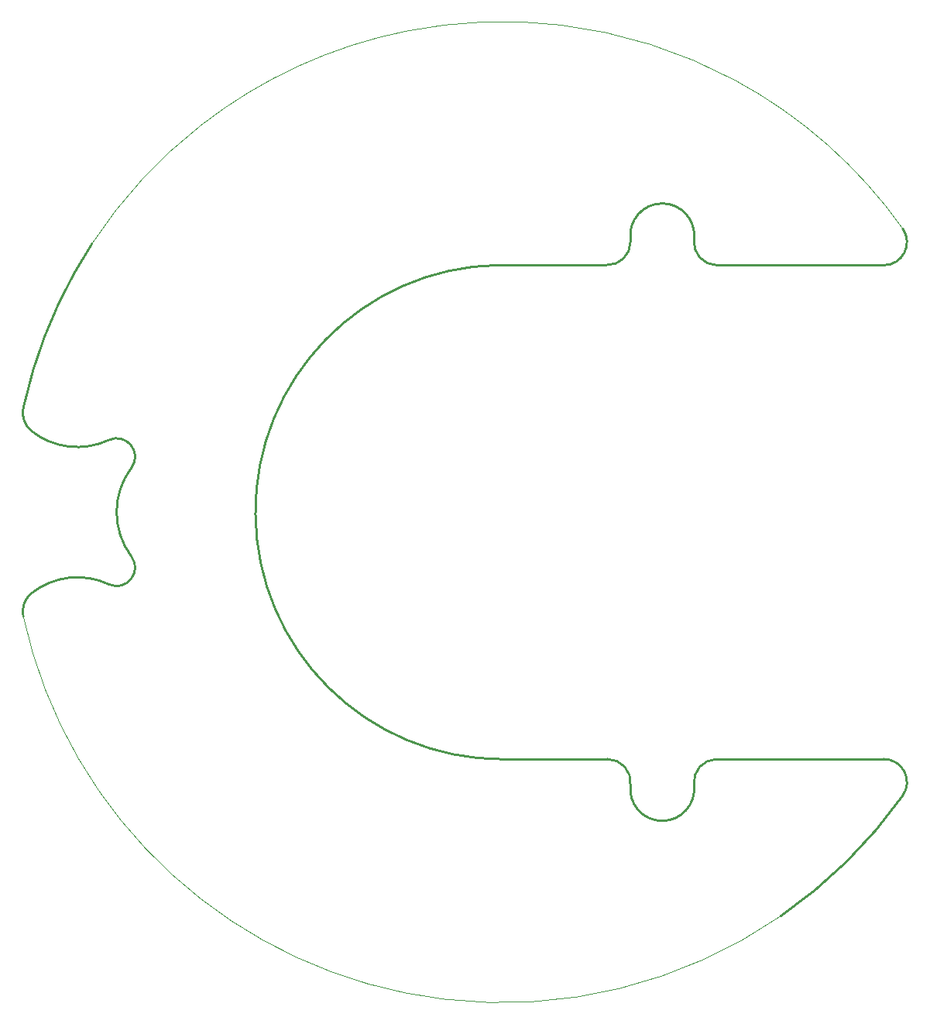
<source format=gbr>
G04 #@! TF.GenerationSoftware,KiCad,Pcbnew,7.0.10*
G04 #@! TF.CreationDate,2024-08-19T09:51:56-07:00*
G04 #@! TF.ProjectId,LCP_PowerControl,4c43505f-506f-4776-9572-436f6e74726f,rev?*
G04 #@! TF.SameCoordinates,Original*
G04 #@! TF.FileFunction,Profile,NP*
%FSLAX46Y46*%
G04 Gerber Fmt 4.6, Leading zero omitted, Abs format (unit mm)*
G04 Created by KiCad (PCBNEW 7.0.10) date 2024-08-19 09:51:56*
%MOMM*%
%LPD*%
G01*
G04 APERTURE LIST*
G04 #@! TA.AperFunction,Profile*
%ADD10C,0.250000*%
G04 #@! TD*
G04 #@! TA.AperFunction,Profile*
%ADD11C,0.100000*%
G04 #@! TD*
G04 APERTURE END LIST*
D10*
X69715390Y-87432195D02*
G75*
G03*
X70617743Y-89960955I2482010J-539705D01*
G01*
X136097847Y-68996313D02*
X136097801Y-69278362D01*
X121666000Y-71818506D02*
G75*
G03*
X122110499Y-125837032I444500J-27007434D01*
G01*
X79052287Y-106704913D02*
G75*
G03*
X70617743Y-107690918I-3421787J-7297787D01*
G01*
X79052298Y-106704889D02*
G75*
G03*
X81529709Y-103660122I858762J1831529D01*
G01*
X163790844Y-125813437D02*
X145570118Y-125813437D01*
X121666000Y-71818500D02*
X133477000Y-71818500D01*
X81529714Y-93991754D02*
G75*
G03*
X81529712Y-103660123I6449536J-4834186D01*
G01*
X133575879Y-125813437D02*
X122110499Y-125837032D01*
X70802498Y-83248499D02*
G75*
G03*
X69714457Y-87431992I51308002J-15577401D01*
G01*
X133477002Y-71818440D02*
G75*
G03*
X136097800Y-69278362I98898J2520040D01*
G01*
X145570118Y-125813413D02*
G75*
G03*
X143048150Y-128655561I-18J-2539987D01*
G01*
D11*
X165863468Y-67830134D02*
G75*
G03*
X147519422Y-51608920I-43752968J-30995866D01*
G01*
D10*
X145570118Y-71838437D02*
X163790844Y-71838437D01*
X143048150Y-68996313D02*
G75*
G03*
X136097848Y-68996313I-3475151J416313D01*
G01*
X136097825Y-128655559D02*
G75*
G03*
X133575879Y-125813438I-2521925J302159D01*
G01*
D11*
X89161378Y-56524473D02*
G75*
G03*
X77233835Y-69480663I32949122J-42301527D01*
G01*
X128398962Y-45576381D02*
G75*
G03*
X111635297Y-46239530I-6288462J-53249619D01*
G01*
D10*
X77233835Y-69480663D02*
G75*
G03*
X70803458Y-83248790I44876675J-29345277D01*
G01*
D11*
X147519420Y-51608924D02*
G75*
G03*
X128398962Y-45576381I-25408920J-47216976D01*
G01*
D10*
X165840489Y-129853960D02*
G75*
G03*
X163790843Y-125813143I-2049689J1500560D01*
G01*
X81529730Y-93991766D02*
G75*
G03*
X79052298Y-90946987I-1618630J1213266D01*
G01*
X152506533Y-142997683D02*
G75*
G03*
X165840565Y-129854016I-30396033J44171683D01*
G01*
X70617728Y-89960975D02*
G75*
G03*
X79052299Y-90946986I5012772J6311775D01*
G01*
X163790844Y-71838415D02*
G75*
G03*
X165863455Y-67830143I-44J2540015D01*
G01*
X136097848Y-128655561D02*
G75*
G03*
X143047879Y-128653294I3475152J-416309D01*
G01*
X143048092Y-68996306D02*
G75*
G03*
X145570118Y-71838436I2522008J-302094D01*
G01*
D11*
X111635296Y-46239524D02*
G75*
G03*
X89161369Y-56524462I10475204J-52586376D01*
G01*
D10*
X70617742Y-107690916D02*
G75*
G03*
X69715430Y-110219670I1579688J-1989024D01*
G01*
D11*
X115696102Y-152060465D02*
G75*
G03*
X152506523Y-142997669I6414398J53234565D01*
G01*
X69715434Y-110219668D02*
G75*
G03*
X115696101Y-152060473I52395066J11393728D01*
G01*
M02*

</source>
